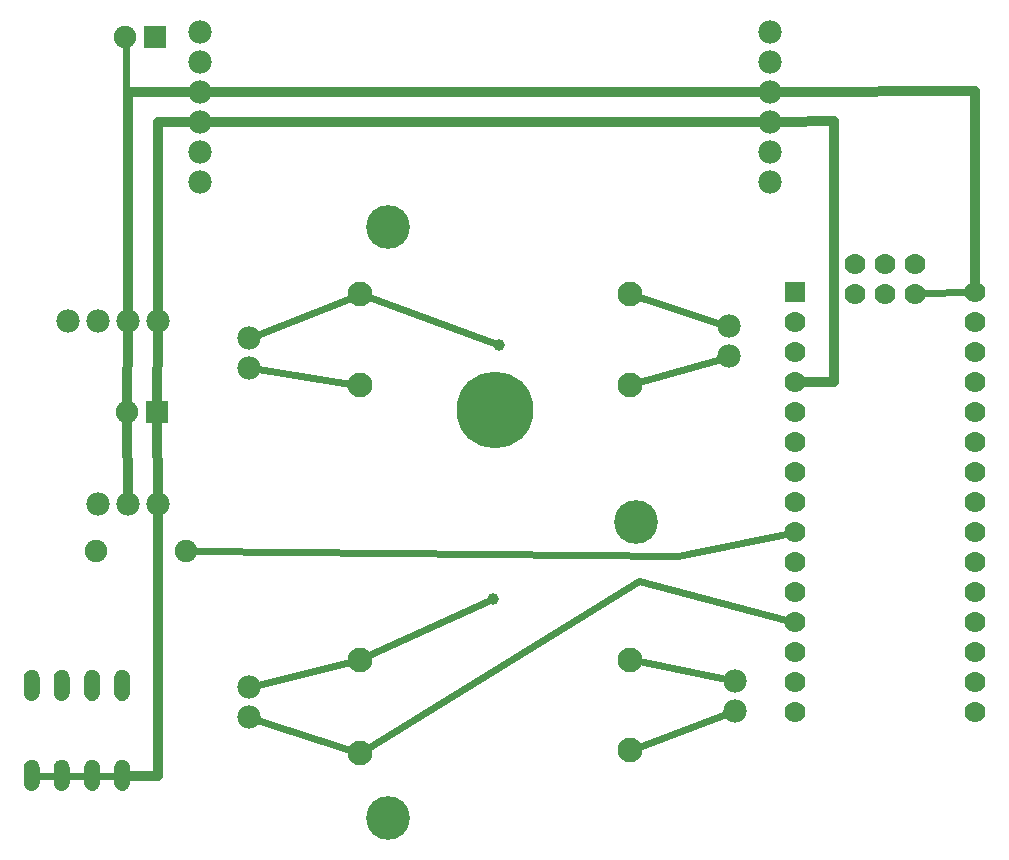
<source format=gbl>
G04 MADE WITH FRITZING*
G04 WWW.FRITZING.ORG*
G04 DOUBLE SIDED*
G04 HOLES PLATED*
G04 CONTOUR ON CENTER OF CONTOUR VECTOR*
%ASAXBY*%
%FSLAX23Y23*%
%MOIN*%
%OFA0B0*%
%SFA1.0B1.0*%
%ADD10C,0.075000*%
%ADD11C,0.039370*%
%ADD12C,0.052000*%
%ADD13C,0.082677*%
%ADD14C,0.255905*%
%ADD15C,0.145669*%
%ADD16C,0.070000*%
%ADD17C,0.078000*%
%ADD18R,0.075000X0.075000*%
%ADD19R,0.069958X0.070000*%
%ADD20C,0.032000*%
%ADD21C,0.024000*%
%ADD22R,0.001000X0.001000*%
%LNCOPPER0*%
G90*
G70*
G54D10*
X641Y2877D03*
X541Y2877D03*
G54D11*
X1768Y1005D03*
X1787Y1851D03*
G54D12*
X431Y415D03*
X531Y415D03*
X531Y715D03*
X431Y715D03*
X230Y415D03*
X330Y415D03*
X330Y715D03*
X230Y715D03*
G54D10*
X744Y1163D03*
X444Y1163D03*
G54D13*
X2222Y2020D03*
X2222Y1717D03*
X1322Y1717D03*
X1322Y2020D03*
X1322Y491D03*
X1322Y802D03*
X2222Y802D03*
X2222Y499D03*
G54D14*
X1772Y1633D03*
G54D15*
X1418Y2244D03*
X2244Y1259D03*
X1418Y275D03*
G54D16*
X2772Y2027D03*
X2772Y1927D03*
X2772Y1827D03*
X2772Y1727D03*
X2772Y1627D03*
X2772Y1527D03*
X2772Y1427D03*
X2772Y1327D03*
X2772Y1227D03*
X2772Y1127D03*
X2772Y1027D03*
X2772Y927D03*
X2772Y827D03*
X2772Y727D03*
X2772Y627D03*
X3372Y2027D03*
X3372Y1927D03*
X3372Y1827D03*
X3372Y1727D03*
X3372Y1627D03*
X3372Y1527D03*
X3372Y1427D03*
X3372Y1327D03*
X3372Y1227D03*
X3372Y1127D03*
X3372Y1027D03*
X3372Y927D03*
X3372Y827D03*
X3372Y727D03*
X3372Y627D03*
X2972Y2122D03*
X2972Y2022D03*
X3072Y2122D03*
X3072Y2022D03*
X3172Y2122D03*
X3172Y2022D03*
G54D17*
X791Y2895D03*
X791Y2795D03*
X791Y2695D03*
X791Y2595D03*
X791Y2495D03*
X791Y2395D03*
X2689Y2895D03*
X2689Y2795D03*
X2689Y2695D03*
X2689Y2595D03*
X2689Y2495D03*
X2689Y2395D03*
X2573Y632D03*
X2573Y732D03*
X952Y710D03*
X952Y610D03*
X952Y1873D03*
X952Y1773D03*
X2555Y1813D03*
X2555Y1913D03*
X351Y1931D03*
X451Y1931D03*
X551Y1931D03*
X651Y1931D03*
X449Y1321D03*
X549Y1321D03*
X649Y1321D03*
G54D10*
X646Y1627D03*
X546Y1627D03*
G54D18*
X641Y2877D03*
G54D19*
X2772Y2027D03*
G54D18*
X646Y1627D03*
G54D20*
X651Y2595D02*
X755Y2595D01*
D02*
X651Y1967D02*
X651Y2595D01*
D02*
X3372Y2696D02*
X2724Y2695D01*
D02*
X3372Y2061D02*
X3372Y2695D01*
G54D21*
D02*
X3343Y2026D02*
X3202Y2023D01*
D02*
X1751Y997D02*
X1352Y816D01*
D02*
X1769Y1858D02*
X1353Y2009D01*
G54D20*
D02*
X2653Y2595D02*
X826Y2595D01*
D02*
X650Y1895D02*
X647Y1661D01*
D02*
X646Y1593D02*
X649Y1356D01*
D02*
X2902Y2596D02*
X2724Y2595D01*
D02*
X2902Y1727D02*
X2902Y2595D01*
D02*
X2807Y1727D02*
X2902Y1727D01*
G54D21*
D02*
X2252Y1064D02*
X2744Y934D01*
G54D20*
D02*
X649Y415D02*
X564Y415D01*
D02*
X649Y1285D02*
X649Y415D01*
G54D21*
D02*
X2527Y1922D02*
X2253Y2010D01*
D02*
X2527Y1805D02*
X2253Y1726D01*
D02*
X257Y415D02*
X303Y415D01*
D02*
X357Y415D02*
X404Y415D01*
D02*
X458Y415D02*
X504Y415D01*
D02*
X1291Y501D02*
X981Y601D01*
D02*
X2254Y796D02*
X2543Y738D01*
D02*
X2544Y621D02*
X2252Y510D01*
D02*
X1290Y794D02*
X982Y718D01*
G54D20*
D02*
X546Y1593D02*
X549Y1356D01*
D02*
X550Y1895D02*
X547Y1661D01*
G54D21*
D02*
X980Y1885D02*
X1292Y2008D01*
D02*
X1290Y1722D02*
X982Y1769D01*
D02*
X2382Y1147D02*
X2743Y1221D01*
D02*
X773Y1163D02*
X2382Y1147D01*
G54D20*
D02*
X2653Y2695D02*
X826Y2695D01*
D02*
X551Y1967D02*
X551Y2695D01*
D02*
X551Y2695D02*
X755Y2695D01*
G54D21*
D02*
X1350Y508D02*
X2252Y1064D01*
D02*
X761Y2696D02*
X544Y2700D01*
D02*
X544Y2700D02*
X542Y2849D01*
G54D22*
X225Y768D02*
X234Y768D01*
X325Y768D02*
X334Y768D01*
X426Y768D02*
X435Y768D01*
X526Y768D02*
X535Y768D01*
X221Y767D02*
X237Y767D01*
X321Y767D02*
X337Y767D01*
X422Y767D02*
X439Y767D01*
X522Y767D02*
X539Y767D01*
X219Y766D02*
X240Y766D01*
X319Y766D02*
X340Y766D01*
X420Y766D02*
X441Y766D01*
X520Y766D02*
X541Y766D01*
X217Y765D02*
X241Y765D01*
X317Y765D02*
X341Y765D01*
X418Y765D02*
X443Y765D01*
X518Y765D02*
X543Y765D01*
X215Y764D02*
X243Y764D01*
X315Y764D02*
X343Y764D01*
X416Y764D02*
X445Y764D01*
X516Y764D02*
X545Y764D01*
X214Y763D02*
X244Y763D01*
X314Y763D02*
X344Y763D01*
X415Y763D02*
X446Y763D01*
X515Y763D02*
X546Y763D01*
X213Y762D02*
X246Y762D01*
X313Y762D02*
X346Y762D01*
X414Y762D02*
X447Y762D01*
X514Y762D02*
X547Y762D01*
X211Y761D02*
X247Y761D01*
X311Y761D02*
X347Y761D01*
X413Y761D02*
X448Y761D01*
X513Y761D02*
X548Y761D01*
X211Y760D02*
X248Y760D01*
X311Y760D02*
X348Y760D01*
X412Y760D02*
X449Y760D01*
X512Y760D02*
X549Y760D01*
X210Y759D02*
X249Y759D01*
X310Y759D02*
X349Y759D01*
X411Y759D02*
X450Y759D01*
X511Y759D02*
X550Y759D01*
X209Y758D02*
X249Y758D01*
X309Y758D02*
X349Y758D01*
X410Y758D02*
X451Y758D01*
X510Y758D02*
X551Y758D01*
X208Y757D02*
X250Y757D01*
X308Y757D02*
X350Y757D01*
X409Y757D02*
X451Y757D01*
X509Y757D02*
X551Y757D01*
X208Y756D02*
X251Y756D01*
X308Y756D02*
X351Y756D01*
X409Y756D02*
X452Y756D01*
X509Y756D02*
X552Y756D01*
X207Y755D02*
X251Y755D01*
X307Y755D02*
X351Y755D01*
X408Y755D02*
X453Y755D01*
X508Y755D02*
X553Y755D01*
X206Y754D02*
X252Y754D01*
X306Y754D02*
X352Y754D01*
X408Y754D02*
X453Y754D01*
X508Y754D02*
X553Y754D01*
X206Y753D02*
X252Y753D01*
X306Y753D02*
X352Y753D01*
X407Y753D02*
X454Y753D01*
X507Y753D02*
X554Y753D01*
X205Y752D02*
X253Y752D01*
X305Y752D02*
X353Y752D01*
X407Y752D02*
X454Y752D01*
X507Y752D02*
X554Y752D01*
X205Y751D02*
X253Y751D01*
X305Y751D02*
X353Y751D01*
X406Y751D02*
X454Y751D01*
X506Y751D02*
X554Y751D01*
X205Y750D02*
X254Y750D01*
X305Y750D02*
X354Y750D01*
X406Y750D02*
X455Y750D01*
X506Y750D02*
X555Y750D01*
X204Y749D02*
X254Y749D01*
X304Y749D02*
X354Y749D01*
X406Y749D02*
X455Y749D01*
X506Y749D02*
X555Y749D01*
X204Y748D02*
X254Y748D01*
X304Y748D02*
X354Y748D01*
X406Y748D02*
X455Y748D01*
X506Y748D02*
X555Y748D01*
X204Y747D02*
X254Y747D01*
X304Y747D02*
X354Y747D01*
X405Y747D02*
X456Y747D01*
X505Y747D02*
X556Y747D01*
X204Y746D02*
X254Y746D01*
X304Y746D02*
X354Y746D01*
X405Y746D02*
X456Y746D01*
X505Y746D02*
X556Y746D01*
X204Y745D02*
X255Y745D01*
X304Y745D02*
X355Y745D01*
X405Y745D02*
X456Y745D01*
X505Y745D02*
X556Y745D01*
X204Y744D02*
X255Y744D01*
X304Y744D02*
X355Y744D01*
X405Y744D02*
X456Y744D01*
X505Y744D02*
X556Y744D01*
X204Y743D02*
X255Y743D01*
X304Y743D02*
X355Y743D01*
X405Y743D02*
X456Y743D01*
X505Y743D02*
X556Y743D01*
X204Y742D02*
X255Y742D01*
X304Y742D02*
X355Y742D01*
X405Y742D02*
X456Y742D01*
X505Y742D02*
X556Y742D01*
X204Y741D02*
X255Y741D01*
X304Y741D02*
X355Y741D01*
X405Y741D02*
X456Y741D01*
X505Y741D02*
X556Y741D01*
X204Y740D02*
X255Y740D01*
X304Y740D02*
X355Y740D01*
X405Y740D02*
X456Y740D01*
X505Y740D02*
X556Y740D01*
X204Y739D02*
X255Y739D01*
X304Y739D02*
X355Y739D01*
X405Y739D02*
X456Y739D01*
X505Y739D02*
X556Y739D01*
X204Y738D02*
X255Y738D01*
X304Y738D02*
X355Y738D01*
X405Y738D02*
X456Y738D01*
X505Y738D02*
X556Y738D01*
X204Y737D02*
X255Y737D01*
X304Y737D02*
X355Y737D01*
X405Y737D02*
X456Y737D01*
X505Y737D02*
X556Y737D01*
X204Y736D02*
X255Y736D01*
X304Y736D02*
X355Y736D01*
X405Y736D02*
X456Y736D01*
X505Y736D02*
X556Y736D01*
X204Y735D02*
X255Y735D01*
X304Y735D02*
X355Y735D01*
X405Y735D02*
X456Y735D01*
X505Y735D02*
X556Y735D01*
X204Y734D02*
X255Y734D01*
X304Y734D02*
X355Y734D01*
X405Y734D02*
X456Y734D01*
X505Y734D02*
X556Y734D01*
X204Y733D02*
X255Y733D01*
X304Y733D02*
X355Y733D01*
X405Y733D02*
X456Y733D01*
X505Y733D02*
X556Y733D01*
X204Y732D02*
X225Y732D01*
X233Y732D02*
X255Y732D01*
X304Y732D02*
X325Y732D01*
X333Y732D02*
X355Y732D01*
X405Y732D02*
X426Y732D01*
X435Y732D02*
X456Y732D01*
X505Y732D02*
X526Y732D01*
X535Y732D02*
X556Y732D01*
X204Y731D02*
X222Y731D01*
X236Y731D02*
X255Y731D01*
X304Y731D02*
X322Y731D01*
X336Y731D02*
X355Y731D01*
X405Y731D02*
X423Y731D01*
X438Y731D02*
X456Y731D01*
X505Y731D02*
X523Y731D01*
X538Y731D02*
X556Y731D01*
X204Y730D02*
X220Y730D01*
X238Y730D02*
X255Y730D01*
X304Y730D02*
X320Y730D01*
X338Y730D02*
X355Y730D01*
X405Y730D02*
X421Y730D01*
X439Y730D02*
X456Y730D01*
X505Y730D02*
X521Y730D01*
X539Y730D02*
X556Y730D01*
X204Y729D02*
X219Y729D01*
X240Y729D02*
X255Y729D01*
X304Y729D02*
X319Y729D01*
X340Y729D02*
X355Y729D01*
X405Y729D02*
X420Y729D01*
X441Y729D02*
X456Y729D01*
X505Y729D02*
X520Y729D01*
X541Y729D02*
X556Y729D01*
X204Y728D02*
X218Y728D01*
X241Y728D02*
X255Y728D01*
X304Y728D02*
X318Y728D01*
X341Y728D02*
X355Y728D01*
X405Y728D02*
X419Y728D01*
X442Y728D02*
X456Y728D01*
X505Y728D02*
X519Y728D01*
X542Y728D02*
X556Y728D01*
X204Y727D02*
X217Y727D01*
X242Y727D02*
X255Y727D01*
X304Y727D02*
X317Y727D01*
X342Y727D02*
X355Y727D01*
X405Y727D02*
X418Y727D01*
X443Y727D02*
X456Y727D01*
X505Y727D02*
X518Y727D01*
X543Y727D02*
X556Y727D01*
X204Y726D02*
X216Y726D01*
X242Y726D02*
X255Y726D01*
X304Y726D02*
X316Y726D01*
X342Y726D02*
X355Y726D01*
X405Y726D02*
X417Y726D01*
X444Y726D02*
X456Y726D01*
X505Y726D02*
X517Y726D01*
X544Y726D02*
X556Y726D01*
X204Y725D02*
X215Y725D01*
X243Y725D02*
X255Y725D01*
X304Y725D02*
X315Y725D01*
X343Y725D02*
X355Y725D01*
X405Y725D02*
X416Y725D01*
X444Y725D02*
X456Y725D01*
X505Y725D02*
X516Y725D01*
X544Y725D02*
X556Y725D01*
X204Y724D02*
X215Y724D01*
X244Y724D02*
X255Y724D01*
X304Y724D02*
X315Y724D01*
X344Y724D02*
X355Y724D01*
X405Y724D02*
X416Y724D01*
X445Y724D02*
X456Y724D01*
X505Y724D02*
X516Y724D01*
X545Y724D02*
X556Y724D01*
X204Y723D02*
X214Y723D01*
X244Y723D02*
X255Y723D01*
X304Y723D02*
X314Y723D01*
X344Y723D02*
X355Y723D01*
X405Y723D02*
X415Y723D01*
X446Y723D02*
X456Y723D01*
X505Y723D02*
X515Y723D01*
X546Y723D02*
X556Y723D01*
X204Y722D02*
X214Y722D01*
X245Y722D02*
X255Y722D01*
X304Y722D02*
X314Y722D01*
X345Y722D02*
X355Y722D01*
X405Y722D02*
X415Y722D01*
X446Y722D02*
X456Y722D01*
X505Y722D02*
X515Y722D01*
X546Y722D02*
X556Y722D01*
X204Y721D02*
X213Y721D01*
X245Y721D02*
X255Y721D01*
X304Y721D02*
X313Y721D01*
X345Y721D02*
X355Y721D01*
X405Y721D02*
X415Y721D01*
X446Y721D02*
X456Y721D01*
X505Y721D02*
X515Y721D01*
X546Y721D02*
X556Y721D01*
X204Y720D02*
X213Y720D01*
X245Y720D02*
X255Y720D01*
X304Y720D02*
X313Y720D01*
X345Y720D02*
X355Y720D01*
X405Y720D02*
X414Y720D01*
X447Y720D02*
X456Y720D01*
X505Y720D02*
X514Y720D01*
X547Y720D02*
X556Y720D01*
X204Y719D02*
X213Y719D01*
X245Y719D02*
X255Y719D01*
X304Y719D02*
X313Y719D01*
X345Y719D02*
X355Y719D01*
X405Y719D02*
X414Y719D01*
X447Y719D02*
X456Y719D01*
X505Y719D02*
X514Y719D01*
X547Y719D02*
X556Y719D01*
X204Y718D02*
X213Y718D01*
X245Y718D02*
X255Y718D01*
X304Y718D02*
X313Y718D01*
X345Y718D02*
X355Y718D01*
X405Y718D02*
X414Y718D01*
X447Y718D02*
X456Y718D01*
X505Y718D02*
X514Y718D01*
X547Y718D02*
X556Y718D01*
X204Y717D02*
X213Y717D01*
X246Y717D02*
X255Y717D01*
X304Y717D02*
X313Y717D01*
X346Y717D02*
X355Y717D01*
X405Y717D02*
X414Y717D01*
X447Y717D02*
X456Y717D01*
X505Y717D02*
X514Y717D01*
X547Y717D02*
X556Y717D01*
X204Y716D02*
X213Y716D01*
X246Y716D02*
X255Y716D01*
X304Y716D02*
X313Y716D01*
X346Y716D02*
X355Y716D01*
X405Y716D02*
X414Y716D01*
X447Y716D02*
X456Y716D01*
X505Y716D02*
X514Y716D01*
X547Y716D02*
X556Y716D01*
X204Y715D02*
X213Y715D01*
X245Y715D02*
X255Y715D01*
X304Y715D02*
X313Y715D01*
X345Y715D02*
X355Y715D01*
X405Y715D02*
X414Y715D01*
X447Y715D02*
X456Y715D01*
X505Y715D02*
X514Y715D01*
X547Y715D02*
X556Y715D01*
X204Y714D02*
X213Y714D01*
X245Y714D02*
X255Y714D01*
X304Y714D02*
X313Y714D01*
X345Y714D02*
X355Y714D01*
X405Y714D02*
X414Y714D01*
X447Y714D02*
X456Y714D01*
X505Y714D02*
X514Y714D01*
X547Y714D02*
X556Y714D01*
X204Y713D02*
X213Y713D01*
X245Y713D02*
X255Y713D01*
X304Y713D02*
X313Y713D01*
X345Y713D02*
X355Y713D01*
X405Y713D02*
X414Y713D01*
X447Y713D02*
X456Y713D01*
X505Y713D02*
X514Y713D01*
X547Y713D02*
X556Y713D01*
X204Y712D02*
X213Y712D01*
X245Y712D02*
X255Y712D01*
X304Y712D02*
X313Y712D01*
X345Y712D02*
X355Y712D01*
X405Y712D02*
X415Y712D01*
X446Y712D02*
X456Y712D01*
X505Y712D02*
X515Y712D01*
X546Y712D02*
X556Y712D01*
X204Y711D02*
X214Y711D01*
X245Y711D02*
X255Y711D01*
X304Y711D02*
X314Y711D01*
X345Y711D02*
X355Y711D01*
X405Y711D02*
X415Y711D01*
X446Y711D02*
X456Y711D01*
X505Y711D02*
X515Y711D01*
X546Y711D02*
X556Y711D01*
X204Y710D02*
X214Y710D01*
X244Y710D02*
X255Y710D01*
X304Y710D02*
X314Y710D01*
X344Y710D02*
X355Y710D01*
X405Y710D02*
X415Y710D01*
X446Y710D02*
X456Y710D01*
X505Y710D02*
X515Y710D01*
X546Y710D02*
X556Y710D01*
X204Y709D02*
X215Y709D01*
X244Y709D02*
X255Y709D01*
X304Y709D02*
X315Y709D01*
X344Y709D02*
X355Y709D01*
X405Y709D02*
X416Y709D01*
X445Y709D02*
X456Y709D01*
X505Y709D02*
X516Y709D01*
X545Y709D02*
X556Y709D01*
X204Y708D02*
X215Y708D01*
X243Y708D02*
X255Y708D01*
X304Y708D02*
X315Y708D01*
X343Y708D02*
X355Y708D01*
X405Y708D02*
X416Y708D01*
X444Y708D02*
X456Y708D01*
X505Y708D02*
X516Y708D01*
X544Y708D02*
X556Y708D01*
X204Y707D02*
X216Y707D01*
X242Y707D02*
X255Y707D01*
X304Y707D02*
X316Y707D01*
X342Y707D02*
X355Y707D01*
X405Y707D02*
X417Y707D01*
X444Y707D02*
X456Y707D01*
X505Y707D02*
X517Y707D01*
X544Y707D02*
X556Y707D01*
X204Y706D02*
X217Y706D01*
X242Y706D02*
X255Y706D01*
X304Y706D02*
X317Y706D01*
X342Y706D02*
X355Y706D01*
X405Y706D02*
X418Y706D01*
X443Y706D02*
X456Y706D01*
X505Y706D02*
X518Y706D01*
X543Y706D02*
X556Y706D01*
X204Y705D02*
X218Y705D01*
X241Y705D02*
X255Y705D01*
X304Y705D02*
X318Y705D01*
X341Y705D02*
X355Y705D01*
X405Y705D02*
X419Y705D01*
X442Y705D02*
X456Y705D01*
X505Y705D02*
X519Y705D01*
X542Y705D02*
X556Y705D01*
X204Y704D02*
X219Y704D01*
X239Y704D02*
X255Y704D01*
X304Y704D02*
X319Y704D01*
X339Y704D02*
X355Y704D01*
X405Y704D02*
X420Y704D01*
X441Y704D02*
X456Y704D01*
X505Y704D02*
X520Y704D01*
X541Y704D02*
X556Y704D01*
X204Y703D02*
X220Y703D01*
X238Y703D02*
X255Y703D01*
X304Y703D02*
X320Y703D01*
X338Y703D02*
X355Y703D01*
X405Y703D02*
X421Y703D01*
X439Y703D02*
X456Y703D01*
X505Y703D02*
X521Y703D01*
X539Y703D02*
X556Y703D01*
X204Y702D02*
X222Y702D01*
X236Y702D02*
X255Y702D01*
X304Y702D02*
X322Y702D01*
X336Y702D02*
X355Y702D01*
X405Y702D02*
X423Y702D01*
X438Y702D02*
X456Y702D01*
X505Y702D02*
X523Y702D01*
X538Y702D02*
X556Y702D01*
X204Y701D02*
X225Y701D01*
X233Y701D02*
X255Y701D01*
X304Y701D02*
X325Y701D01*
X333Y701D02*
X355Y701D01*
X405Y701D02*
X426Y701D01*
X435Y701D02*
X456Y701D01*
X505Y701D02*
X526Y701D01*
X535Y701D02*
X556Y701D01*
X204Y700D02*
X255Y700D01*
X304Y700D02*
X355Y700D01*
X405Y700D02*
X456Y700D01*
X505Y700D02*
X556Y700D01*
X204Y699D02*
X255Y699D01*
X304Y699D02*
X355Y699D01*
X405Y699D02*
X456Y699D01*
X505Y699D02*
X556Y699D01*
X204Y698D02*
X255Y698D01*
X304Y698D02*
X355Y698D01*
X405Y698D02*
X456Y698D01*
X505Y698D02*
X556Y698D01*
X204Y697D02*
X255Y697D01*
X304Y697D02*
X355Y697D01*
X405Y697D02*
X456Y697D01*
X505Y697D02*
X556Y697D01*
X204Y696D02*
X255Y696D01*
X304Y696D02*
X355Y696D01*
X405Y696D02*
X456Y696D01*
X505Y696D02*
X556Y696D01*
X204Y695D02*
X255Y695D01*
X304Y695D02*
X355Y695D01*
X405Y695D02*
X456Y695D01*
X505Y695D02*
X556Y695D01*
X204Y694D02*
X255Y694D01*
X304Y694D02*
X355Y694D01*
X405Y694D02*
X456Y694D01*
X505Y694D02*
X556Y694D01*
X204Y693D02*
X255Y693D01*
X304Y693D02*
X355Y693D01*
X405Y693D02*
X456Y693D01*
X505Y693D02*
X556Y693D01*
X204Y692D02*
X255Y692D01*
X304Y692D02*
X355Y692D01*
X405Y692D02*
X456Y692D01*
X505Y692D02*
X556Y692D01*
X204Y691D02*
X255Y691D01*
X304Y691D02*
X355Y691D01*
X405Y691D02*
X456Y691D01*
X505Y691D02*
X556Y691D01*
X204Y690D02*
X255Y690D01*
X304Y690D02*
X355Y690D01*
X405Y690D02*
X456Y690D01*
X505Y690D02*
X556Y690D01*
X204Y689D02*
X255Y689D01*
X304Y689D02*
X355Y689D01*
X405Y689D02*
X456Y689D01*
X505Y689D02*
X556Y689D01*
X204Y688D02*
X255Y688D01*
X304Y688D02*
X355Y688D01*
X405Y688D02*
X456Y688D01*
X505Y688D02*
X556Y688D01*
X204Y687D02*
X254Y687D01*
X304Y687D02*
X354Y687D01*
X405Y687D02*
X456Y687D01*
X505Y687D02*
X556Y687D01*
X204Y686D02*
X254Y686D01*
X304Y686D02*
X354Y686D01*
X405Y686D02*
X456Y686D01*
X505Y686D02*
X556Y686D01*
X204Y685D02*
X254Y685D01*
X304Y685D02*
X354Y685D01*
X406Y685D02*
X455Y685D01*
X506Y685D02*
X555Y685D01*
X204Y684D02*
X254Y684D01*
X304Y684D02*
X354Y684D01*
X406Y684D02*
X455Y684D01*
X506Y684D02*
X555Y684D01*
X205Y683D02*
X254Y683D01*
X305Y683D02*
X354Y683D01*
X406Y683D02*
X455Y683D01*
X506Y683D02*
X555Y683D01*
X205Y682D02*
X253Y682D01*
X305Y682D02*
X353Y682D01*
X406Y682D02*
X454Y682D01*
X506Y682D02*
X554Y682D01*
X205Y681D02*
X253Y681D01*
X305Y681D02*
X353Y681D01*
X407Y681D02*
X454Y681D01*
X507Y681D02*
X554Y681D01*
X206Y680D02*
X252Y680D01*
X306Y680D02*
X352Y680D01*
X407Y680D02*
X454Y680D01*
X507Y680D02*
X554Y680D01*
X206Y679D02*
X252Y679D01*
X306Y679D02*
X352Y679D01*
X408Y679D02*
X453Y679D01*
X508Y679D02*
X553Y679D01*
X207Y678D02*
X251Y678D01*
X307Y678D02*
X351Y678D01*
X408Y678D02*
X453Y678D01*
X508Y678D02*
X553Y678D01*
X208Y677D02*
X251Y677D01*
X308Y677D02*
X351Y677D01*
X409Y677D02*
X452Y677D01*
X509Y677D02*
X552Y677D01*
X208Y676D02*
X250Y676D01*
X308Y676D02*
X350Y676D01*
X409Y676D02*
X451Y676D01*
X509Y676D02*
X551Y676D01*
X209Y675D02*
X249Y675D01*
X309Y675D02*
X349Y675D01*
X410Y675D02*
X451Y675D01*
X510Y675D02*
X551Y675D01*
X210Y674D02*
X249Y674D01*
X310Y674D02*
X349Y674D01*
X411Y674D02*
X450Y674D01*
X511Y674D02*
X550Y674D01*
X211Y673D02*
X248Y673D01*
X311Y673D02*
X348Y673D01*
X412Y673D02*
X449Y673D01*
X512Y673D02*
X549Y673D01*
X211Y672D02*
X247Y672D01*
X311Y672D02*
X347Y672D01*
X413Y672D02*
X448Y672D01*
X513Y672D02*
X548Y672D01*
X213Y671D02*
X246Y671D01*
X313Y671D02*
X346Y671D01*
X414Y671D02*
X447Y671D01*
X514Y671D02*
X547Y671D01*
X214Y670D02*
X244Y670D01*
X314Y670D02*
X344Y670D01*
X415Y670D02*
X446Y670D01*
X515Y670D02*
X546Y670D01*
X215Y669D02*
X243Y669D01*
X315Y669D02*
X343Y669D01*
X416Y669D02*
X444Y669D01*
X516Y669D02*
X544Y669D01*
X217Y668D02*
X241Y668D01*
X317Y668D02*
X341Y668D01*
X418Y668D02*
X443Y668D01*
X518Y668D02*
X543Y668D01*
X219Y667D02*
X240Y667D01*
X319Y667D02*
X340Y667D01*
X420Y667D02*
X441Y667D01*
X520Y667D02*
X541Y667D01*
X221Y666D02*
X237Y666D01*
X321Y666D02*
X337Y666D01*
X422Y666D02*
X438Y666D01*
X522Y666D02*
X538Y666D01*
X225Y665D02*
X233Y665D01*
X325Y665D02*
X333Y665D01*
X426Y665D02*
X435Y665D01*
X526Y665D02*
X535Y665D01*
X224Y468D02*
X234Y468D01*
X324Y468D02*
X334Y468D01*
X426Y468D02*
X435Y468D01*
X526Y468D02*
X535Y468D01*
X221Y467D02*
X237Y467D01*
X321Y467D02*
X337Y467D01*
X422Y467D02*
X439Y467D01*
X522Y467D02*
X539Y467D01*
X219Y466D02*
X240Y466D01*
X319Y466D02*
X340Y466D01*
X420Y466D02*
X441Y466D01*
X520Y466D02*
X541Y466D01*
X217Y465D02*
X242Y465D01*
X317Y465D02*
X342Y465D01*
X418Y465D02*
X443Y465D01*
X518Y465D02*
X543Y465D01*
X215Y464D02*
X243Y464D01*
X315Y464D02*
X343Y464D01*
X416Y464D02*
X445Y464D01*
X516Y464D02*
X545Y464D01*
X214Y463D02*
X245Y463D01*
X314Y463D02*
X345Y463D01*
X415Y463D02*
X446Y463D01*
X515Y463D02*
X546Y463D01*
X213Y462D02*
X246Y462D01*
X312Y462D02*
X346Y462D01*
X414Y462D02*
X447Y462D01*
X514Y462D02*
X547Y462D01*
X211Y461D02*
X247Y461D01*
X311Y461D02*
X347Y461D01*
X413Y461D02*
X448Y461D01*
X513Y461D02*
X548Y461D01*
X210Y460D02*
X248Y460D01*
X310Y460D02*
X348Y460D01*
X412Y460D02*
X449Y460D01*
X512Y460D02*
X549Y460D01*
X210Y459D02*
X249Y459D01*
X310Y459D02*
X349Y459D01*
X411Y459D02*
X450Y459D01*
X511Y459D02*
X550Y459D01*
X209Y458D02*
X249Y458D01*
X309Y458D02*
X349Y458D01*
X410Y458D02*
X451Y458D01*
X510Y458D02*
X551Y458D01*
X208Y457D02*
X250Y457D01*
X308Y457D02*
X350Y457D01*
X409Y457D02*
X452Y457D01*
X509Y457D02*
X552Y457D01*
X207Y456D02*
X251Y456D01*
X307Y456D02*
X351Y456D01*
X409Y456D02*
X452Y456D01*
X509Y456D02*
X552Y456D01*
X207Y455D02*
X251Y455D01*
X307Y455D02*
X351Y455D01*
X408Y455D02*
X453Y455D01*
X508Y455D02*
X553Y455D01*
X206Y454D02*
X252Y454D01*
X306Y454D02*
X352Y454D01*
X408Y454D02*
X453Y454D01*
X508Y454D02*
X553Y454D01*
X206Y453D02*
X252Y453D01*
X306Y453D02*
X352Y453D01*
X407Y453D02*
X454Y453D01*
X507Y453D02*
X554Y453D01*
X205Y452D02*
X253Y452D01*
X305Y452D02*
X353Y452D01*
X407Y452D02*
X454Y452D01*
X507Y452D02*
X554Y452D01*
X205Y451D02*
X253Y451D01*
X305Y451D02*
X353Y451D01*
X406Y451D02*
X455Y451D01*
X506Y451D02*
X555Y451D01*
X205Y450D02*
X254Y450D01*
X305Y450D02*
X354Y450D01*
X406Y450D02*
X455Y450D01*
X506Y450D02*
X555Y450D01*
X204Y449D02*
X254Y449D01*
X304Y449D02*
X354Y449D01*
X406Y449D02*
X455Y449D01*
X506Y449D02*
X555Y449D01*
X204Y448D02*
X254Y448D01*
X304Y448D02*
X354Y448D01*
X406Y448D02*
X455Y448D01*
X506Y448D02*
X555Y448D01*
X204Y447D02*
X254Y447D01*
X304Y447D02*
X354Y447D01*
X405Y447D02*
X456Y447D01*
X505Y447D02*
X556Y447D01*
X204Y446D02*
X254Y446D01*
X304Y446D02*
X354Y446D01*
X405Y446D02*
X456Y446D01*
X505Y446D02*
X556Y446D01*
X204Y445D02*
X255Y445D01*
X304Y445D02*
X355Y445D01*
X405Y445D02*
X456Y445D01*
X505Y445D02*
X556Y445D01*
X204Y444D02*
X255Y444D01*
X304Y444D02*
X355Y444D01*
X405Y444D02*
X456Y444D01*
X505Y444D02*
X556Y444D01*
X204Y443D02*
X255Y443D01*
X304Y443D02*
X355Y443D01*
X405Y443D02*
X456Y443D01*
X505Y443D02*
X556Y443D01*
X204Y442D02*
X255Y442D01*
X304Y442D02*
X355Y442D01*
X405Y442D02*
X456Y442D01*
X505Y442D02*
X556Y442D01*
X204Y441D02*
X255Y441D01*
X304Y441D02*
X355Y441D01*
X405Y441D02*
X456Y441D01*
X505Y441D02*
X556Y441D01*
X204Y440D02*
X255Y440D01*
X304Y440D02*
X355Y440D01*
X405Y440D02*
X456Y440D01*
X505Y440D02*
X556Y440D01*
X204Y439D02*
X255Y439D01*
X304Y439D02*
X355Y439D01*
X405Y439D02*
X456Y439D01*
X505Y439D02*
X556Y439D01*
X204Y438D02*
X255Y438D01*
X304Y438D02*
X355Y438D01*
X405Y438D02*
X456Y438D01*
X505Y438D02*
X556Y438D01*
X204Y437D02*
X255Y437D01*
X304Y437D02*
X355Y437D01*
X405Y437D02*
X456Y437D01*
X505Y437D02*
X556Y437D01*
X204Y436D02*
X255Y436D01*
X304Y436D02*
X355Y436D01*
X405Y436D02*
X456Y436D01*
X505Y436D02*
X556Y436D01*
X204Y435D02*
X255Y435D01*
X304Y435D02*
X355Y435D01*
X405Y435D02*
X456Y435D01*
X505Y435D02*
X556Y435D01*
X204Y434D02*
X255Y434D01*
X304Y434D02*
X355Y434D01*
X405Y434D02*
X456Y434D01*
X505Y434D02*
X556Y434D01*
X204Y433D02*
X255Y433D01*
X304Y433D02*
X355Y433D01*
X405Y433D02*
X456Y433D01*
X505Y433D02*
X556Y433D01*
X204Y432D02*
X225Y432D01*
X234Y432D02*
X255Y432D01*
X304Y432D02*
X325Y432D01*
X334Y432D02*
X355Y432D01*
X405Y432D02*
X426Y432D01*
X435Y432D02*
X456Y432D01*
X505Y432D02*
X526Y432D01*
X535Y432D02*
X556Y432D01*
X204Y431D02*
X222Y431D01*
X236Y431D02*
X255Y431D01*
X304Y431D02*
X322Y431D01*
X336Y431D02*
X355Y431D01*
X405Y431D02*
X423Y431D01*
X438Y431D02*
X456Y431D01*
X505Y431D02*
X523Y431D01*
X538Y431D02*
X556Y431D01*
X204Y430D02*
X220Y430D01*
X238Y430D02*
X255Y430D01*
X304Y430D02*
X320Y430D01*
X338Y430D02*
X355Y430D01*
X405Y430D02*
X421Y430D01*
X440Y430D02*
X456Y430D01*
X505Y430D02*
X521Y430D01*
X540Y430D02*
X556Y430D01*
X204Y429D02*
X219Y429D01*
X240Y429D02*
X255Y429D01*
X304Y429D02*
X319Y429D01*
X340Y429D02*
X355Y429D01*
X405Y429D02*
X420Y429D01*
X441Y429D02*
X456Y429D01*
X505Y429D02*
X520Y429D01*
X541Y429D02*
X556Y429D01*
X204Y428D02*
X217Y428D01*
X241Y428D02*
X255Y428D01*
X304Y428D02*
X317Y428D01*
X341Y428D02*
X355Y428D01*
X405Y428D02*
X419Y428D01*
X442Y428D02*
X456Y428D01*
X505Y428D02*
X519Y428D01*
X542Y428D02*
X556Y428D01*
X204Y427D02*
X217Y427D01*
X242Y427D02*
X255Y427D01*
X304Y427D02*
X317Y427D01*
X342Y427D02*
X355Y427D01*
X405Y427D02*
X418Y427D01*
X443Y427D02*
X456Y427D01*
X505Y427D02*
X518Y427D01*
X543Y427D02*
X556Y427D01*
X204Y426D02*
X216Y426D01*
X243Y426D02*
X255Y426D01*
X304Y426D02*
X316Y426D01*
X343Y426D02*
X355Y426D01*
X405Y426D02*
X417Y426D01*
X444Y426D02*
X456Y426D01*
X505Y426D02*
X517Y426D01*
X544Y426D02*
X556Y426D01*
X204Y425D02*
X215Y425D01*
X243Y425D02*
X255Y425D01*
X304Y425D02*
X315Y425D01*
X343Y425D02*
X355Y425D01*
X405Y425D02*
X416Y425D01*
X444Y425D02*
X456Y425D01*
X505Y425D02*
X516Y425D01*
X544Y425D02*
X556Y425D01*
X204Y424D02*
X215Y424D01*
X244Y424D02*
X255Y424D01*
X304Y424D02*
X315Y424D01*
X344Y424D02*
X355Y424D01*
X405Y424D02*
X416Y424D01*
X445Y424D02*
X456Y424D01*
X505Y424D02*
X516Y424D01*
X545Y424D02*
X556Y424D01*
X204Y423D02*
X214Y423D01*
X244Y423D02*
X255Y423D01*
X304Y423D02*
X314Y423D01*
X344Y423D02*
X355Y423D01*
X405Y423D02*
X415Y423D01*
X446Y423D02*
X456Y423D01*
X505Y423D02*
X515Y423D01*
X546Y423D02*
X556Y423D01*
X204Y422D02*
X214Y422D01*
X245Y422D02*
X255Y422D01*
X304Y422D02*
X314Y422D01*
X345Y422D02*
X355Y422D01*
X405Y422D02*
X415Y422D01*
X446Y422D02*
X456Y422D01*
X505Y422D02*
X515Y422D01*
X546Y422D02*
X556Y422D01*
X204Y421D02*
X213Y421D01*
X245Y421D02*
X255Y421D01*
X304Y421D02*
X313Y421D01*
X345Y421D02*
X355Y421D01*
X405Y421D02*
X415Y421D01*
X446Y421D02*
X456Y421D01*
X505Y421D02*
X515Y421D01*
X546Y421D02*
X556Y421D01*
X204Y420D02*
X213Y420D01*
X245Y420D02*
X255Y420D01*
X304Y420D02*
X313Y420D01*
X345Y420D02*
X355Y420D01*
X405Y420D02*
X414Y420D01*
X447Y420D02*
X456Y420D01*
X505Y420D02*
X514Y420D01*
X547Y420D02*
X556Y420D01*
X204Y419D02*
X213Y419D01*
X245Y419D02*
X255Y419D01*
X304Y419D02*
X313Y419D01*
X345Y419D02*
X355Y419D01*
X405Y419D02*
X414Y419D01*
X447Y419D02*
X456Y419D01*
X505Y419D02*
X514Y419D01*
X547Y419D02*
X556Y419D01*
X204Y418D02*
X213Y418D01*
X245Y418D02*
X255Y418D01*
X304Y418D02*
X313Y418D01*
X345Y418D02*
X355Y418D01*
X405Y418D02*
X414Y418D01*
X447Y418D02*
X456Y418D01*
X505Y418D02*
X514Y418D01*
X547Y418D02*
X556Y418D01*
X204Y417D02*
X213Y417D01*
X246Y417D02*
X255Y417D01*
X304Y417D02*
X313Y417D01*
X346Y417D02*
X355Y417D01*
X405Y417D02*
X414Y417D01*
X447Y417D02*
X456Y417D01*
X505Y417D02*
X514Y417D01*
X547Y417D02*
X556Y417D01*
X204Y416D02*
X213Y416D01*
X246Y416D02*
X255Y416D01*
X304Y416D02*
X313Y416D01*
X346Y416D02*
X355Y416D01*
X405Y416D02*
X414Y416D01*
X447Y416D02*
X456Y416D01*
X505Y416D02*
X514Y416D01*
X547Y416D02*
X556Y416D01*
X204Y415D02*
X213Y415D01*
X245Y415D02*
X255Y415D01*
X304Y415D02*
X313Y415D01*
X345Y415D02*
X355Y415D01*
X405Y415D02*
X414Y415D01*
X447Y415D02*
X456Y415D01*
X505Y415D02*
X514Y415D01*
X547Y415D02*
X556Y415D01*
X204Y414D02*
X213Y414D01*
X245Y414D02*
X255Y414D01*
X304Y414D02*
X313Y414D01*
X345Y414D02*
X355Y414D01*
X405Y414D02*
X414Y414D01*
X447Y414D02*
X456Y414D01*
X505Y414D02*
X514Y414D01*
X547Y414D02*
X556Y414D01*
X204Y413D02*
X213Y413D01*
X245Y413D02*
X255Y413D01*
X304Y413D02*
X313Y413D01*
X345Y413D02*
X355Y413D01*
X405Y413D02*
X414Y413D01*
X446Y413D02*
X456Y413D01*
X505Y413D02*
X514Y413D01*
X546Y413D02*
X556Y413D01*
X204Y412D02*
X213Y412D01*
X245Y412D02*
X255Y412D01*
X304Y412D02*
X313Y412D01*
X345Y412D02*
X355Y412D01*
X405Y412D02*
X415Y412D01*
X446Y412D02*
X456Y412D01*
X505Y412D02*
X515Y412D01*
X546Y412D02*
X556Y412D01*
X204Y411D02*
X214Y411D01*
X245Y411D02*
X255Y411D01*
X304Y411D02*
X314Y411D01*
X345Y411D02*
X355Y411D01*
X405Y411D02*
X415Y411D01*
X446Y411D02*
X456Y411D01*
X505Y411D02*
X515Y411D01*
X546Y411D02*
X556Y411D01*
X204Y410D02*
X214Y410D01*
X244Y410D02*
X255Y410D01*
X304Y410D02*
X314Y410D01*
X344Y410D02*
X355Y410D01*
X405Y410D02*
X415Y410D01*
X445Y410D02*
X456Y410D01*
X505Y410D02*
X515Y410D01*
X545Y410D02*
X556Y410D01*
X204Y409D02*
X215Y409D01*
X244Y409D02*
X255Y409D01*
X304Y409D02*
X315Y409D01*
X344Y409D02*
X355Y409D01*
X405Y409D02*
X416Y409D01*
X445Y409D02*
X456Y409D01*
X505Y409D02*
X516Y409D01*
X545Y409D02*
X556Y409D01*
X204Y408D02*
X215Y408D01*
X243Y408D02*
X255Y408D01*
X304Y408D02*
X315Y408D01*
X343Y408D02*
X355Y408D01*
X405Y408D02*
X416Y408D01*
X444Y408D02*
X456Y408D01*
X505Y408D02*
X516Y408D01*
X544Y408D02*
X556Y408D01*
X204Y407D02*
X216Y407D01*
X242Y407D02*
X255Y407D01*
X304Y407D02*
X316Y407D01*
X342Y407D02*
X355Y407D01*
X405Y407D02*
X417Y407D01*
X444Y407D02*
X456Y407D01*
X505Y407D02*
X517Y407D01*
X544Y407D02*
X556Y407D01*
X204Y406D02*
X217Y406D01*
X242Y406D02*
X255Y406D01*
X304Y406D02*
X317Y406D01*
X342Y406D02*
X355Y406D01*
X405Y406D02*
X418Y406D01*
X443Y406D02*
X456Y406D01*
X505Y406D02*
X518Y406D01*
X543Y406D02*
X556Y406D01*
X204Y405D02*
X218Y405D01*
X241Y405D02*
X255Y405D01*
X304Y405D02*
X318Y405D01*
X341Y405D02*
X355Y405D01*
X405Y405D02*
X419Y405D01*
X442Y405D02*
X456Y405D01*
X505Y405D02*
X519Y405D01*
X542Y405D02*
X556Y405D01*
X204Y404D02*
X219Y404D01*
X239Y404D02*
X255Y404D01*
X304Y404D02*
X319Y404D01*
X339Y404D02*
X355Y404D01*
X405Y404D02*
X420Y404D01*
X441Y404D02*
X456Y404D01*
X505Y404D02*
X520Y404D01*
X541Y404D02*
X556Y404D01*
X204Y403D02*
X220Y403D01*
X238Y403D02*
X255Y403D01*
X304Y403D02*
X320Y403D01*
X338Y403D02*
X355Y403D01*
X405Y403D02*
X422Y403D01*
X439Y403D02*
X456Y403D01*
X505Y403D02*
X522Y403D01*
X539Y403D02*
X556Y403D01*
X204Y402D02*
X222Y402D01*
X236Y402D02*
X255Y402D01*
X304Y402D02*
X322Y402D01*
X336Y402D02*
X355Y402D01*
X405Y402D02*
X423Y402D01*
X437Y402D02*
X456Y402D01*
X505Y402D02*
X523Y402D01*
X537Y402D02*
X556Y402D01*
X204Y401D02*
X225Y401D01*
X233Y401D02*
X255Y401D01*
X304Y401D02*
X325Y401D01*
X333Y401D02*
X355Y401D01*
X405Y401D02*
X427Y401D01*
X434Y401D02*
X456Y401D01*
X505Y401D02*
X526Y401D01*
X534Y401D02*
X556Y401D01*
X204Y400D02*
X255Y400D01*
X304Y400D02*
X355Y400D01*
X405Y400D02*
X456Y400D01*
X505Y400D02*
X556Y400D01*
X204Y399D02*
X255Y399D01*
X304Y399D02*
X355Y399D01*
X405Y399D02*
X456Y399D01*
X505Y399D02*
X556Y399D01*
X204Y398D02*
X255Y398D01*
X304Y398D02*
X355Y398D01*
X405Y398D02*
X456Y398D01*
X505Y398D02*
X556Y398D01*
X204Y397D02*
X255Y397D01*
X304Y397D02*
X355Y397D01*
X405Y397D02*
X456Y397D01*
X505Y397D02*
X556Y397D01*
X204Y396D02*
X255Y396D01*
X304Y396D02*
X355Y396D01*
X405Y396D02*
X456Y396D01*
X505Y396D02*
X556Y396D01*
X204Y395D02*
X255Y395D01*
X304Y395D02*
X355Y395D01*
X405Y395D02*
X456Y395D01*
X505Y395D02*
X556Y395D01*
X204Y394D02*
X255Y394D01*
X304Y394D02*
X355Y394D01*
X405Y394D02*
X456Y394D01*
X505Y394D02*
X556Y394D01*
X204Y393D02*
X255Y393D01*
X304Y393D02*
X355Y393D01*
X405Y393D02*
X456Y393D01*
X505Y393D02*
X556Y393D01*
X204Y392D02*
X255Y392D01*
X304Y392D02*
X355Y392D01*
X405Y392D02*
X456Y392D01*
X505Y392D02*
X556Y392D01*
X204Y391D02*
X255Y391D01*
X304Y391D02*
X355Y391D01*
X405Y391D02*
X456Y391D01*
X505Y391D02*
X556Y391D01*
X204Y390D02*
X255Y390D01*
X304Y390D02*
X355Y390D01*
X405Y390D02*
X456Y390D01*
X505Y390D02*
X556Y390D01*
X204Y389D02*
X255Y389D01*
X304Y389D02*
X355Y389D01*
X405Y389D02*
X456Y389D01*
X505Y389D02*
X556Y389D01*
X204Y388D02*
X255Y388D01*
X304Y388D02*
X354Y388D01*
X405Y388D02*
X456Y388D01*
X505Y388D02*
X556Y388D01*
X204Y387D02*
X254Y387D01*
X304Y387D02*
X354Y387D01*
X405Y387D02*
X456Y387D01*
X505Y387D02*
X556Y387D01*
X204Y386D02*
X254Y386D01*
X304Y386D02*
X354Y386D01*
X405Y386D02*
X456Y386D01*
X505Y386D02*
X556Y386D01*
X204Y385D02*
X254Y385D01*
X304Y385D02*
X354Y385D01*
X406Y385D02*
X455Y385D01*
X506Y385D02*
X555Y385D01*
X205Y384D02*
X254Y384D01*
X305Y384D02*
X354Y384D01*
X406Y384D02*
X455Y384D01*
X506Y384D02*
X555Y384D01*
X205Y383D02*
X254Y383D01*
X305Y383D02*
X354Y383D01*
X406Y383D02*
X455Y383D01*
X506Y383D02*
X555Y383D01*
X205Y382D02*
X253Y382D01*
X305Y382D02*
X353Y382D01*
X406Y382D02*
X454Y382D01*
X506Y382D02*
X554Y382D01*
X205Y381D02*
X253Y381D01*
X305Y381D02*
X353Y381D01*
X407Y381D02*
X454Y381D01*
X507Y381D02*
X554Y381D01*
X206Y380D02*
X252Y380D01*
X306Y380D02*
X352Y380D01*
X407Y380D02*
X454Y380D01*
X507Y380D02*
X554Y380D01*
X206Y379D02*
X252Y379D01*
X306Y379D02*
X352Y379D01*
X408Y379D02*
X453Y379D01*
X508Y379D02*
X553Y379D01*
X207Y378D02*
X251Y378D01*
X307Y378D02*
X351Y378D01*
X408Y378D02*
X453Y378D01*
X508Y378D02*
X553Y378D01*
X208Y377D02*
X251Y377D01*
X308Y377D02*
X351Y377D01*
X409Y377D02*
X452Y377D01*
X509Y377D02*
X552Y377D01*
X208Y376D02*
X250Y376D01*
X308Y376D02*
X350Y376D01*
X409Y376D02*
X451Y376D01*
X509Y376D02*
X551Y376D01*
X209Y375D02*
X249Y375D01*
X309Y375D02*
X349Y375D01*
X410Y375D02*
X451Y375D01*
X510Y375D02*
X551Y375D01*
X210Y374D02*
X249Y374D01*
X310Y374D02*
X348Y374D01*
X411Y374D02*
X450Y374D01*
X511Y374D02*
X550Y374D01*
X211Y373D02*
X248Y373D01*
X311Y373D02*
X348Y373D01*
X412Y373D02*
X449Y373D01*
X512Y373D02*
X549Y373D01*
X212Y372D02*
X247Y372D01*
X312Y372D02*
X347Y372D01*
X413Y372D02*
X448Y372D01*
X513Y372D02*
X548Y372D01*
X213Y371D02*
X246Y371D01*
X313Y371D02*
X346Y371D01*
X414Y371D02*
X447Y371D01*
X514Y371D02*
X547Y371D01*
X214Y370D02*
X244Y370D01*
X314Y370D02*
X344Y370D01*
X415Y370D02*
X446Y370D01*
X515Y370D02*
X546Y370D01*
X215Y369D02*
X243Y369D01*
X315Y369D02*
X343Y369D01*
X417Y369D02*
X444Y369D01*
X517Y369D02*
X544Y369D01*
X217Y368D02*
X241Y368D01*
X317Y368D02*
X341Y368D01*
X418Y368D02*
X443Y368D01*
X518Y368D02*
X543Y368D01*
X219Y367D02*
X239Y367D01*
X319Y367D02*
X339Y367D01*
X420Y367D02*
X441Y367D01*
X520Y367D02*
X541Y367D01*
X221Y366D02*
X237Y366D01*
X321Y366D02*
X337Y366D01*
X423Y366D02*
X438Y366D01*
X523Y366D02*
X538Y366D01*
X225Y365D02*
X233Y365D01*
X325Y365D02*
X333Y365D01*
X427Y365D02*
X434Y365D01*
X527Y365D02*
X534Y365D01*
D02*
G04 End of Copper0*
M02*
</source>
